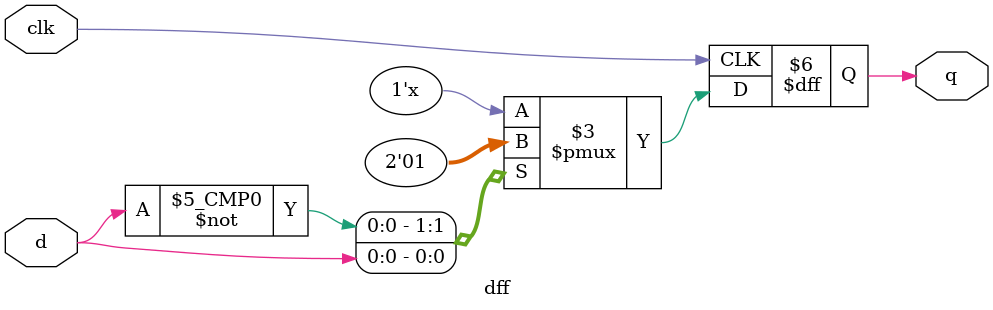
<source format=sv>
module dff(d,clk,q);
  input d,clk;
  output reg q;
  initial q=0;
  always @(posedge clk)
    begin
      case(d)
        1'b0: q=0;
        1'b1: q=1;
      endcase
    end
endmodule

</source>
